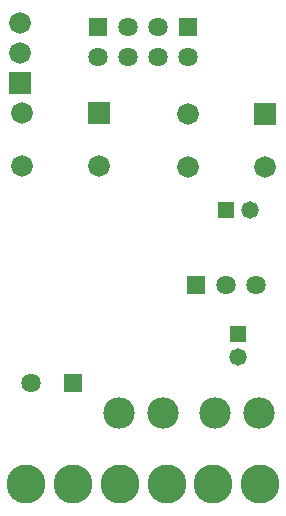
<source format=gbs>
G04 DipTrace 2.4.0.2*
%INESPixelStick.GBS*%
%MOIN*%
%ADD52C,0.072*%
%ADD54R,0.072X0.072*%
%ADD56C,0.13*%
%ADD58C,0.105*%
%ADD62C,0.0582*%
%ADD64R,0.0582X0.0582*%
%ADD66C,0.0641*%
%ADD68R,0.0641X0.0641*%
%FSLAX44Y44*%
G04*
G70*
G90*
G75*
G01*
%LNBotMask*%
%LPD*%
D68*
X6315Y10562D3*
D66*
X4937D3*
D64*
X11831Y12206D3*
D62*
Y11418D3*
D64*
X11437Y16312D3*
D62*
X12224D3*
D58*
X9312Y9562D3*
X11072D3*
X7872D3*
X12512D3*
D68*
X10437Y13812D3*
D66*
X11437D3*
X12437D3*
X7161Y21437D3*
D68*
Y22437D3*
D66*
X8161Y21437D3*
Y22437D3*
X9161Y21437D3*
Y22437D3*
X10161Y21437D3*
D68*
Y22437D3*
D56*
X12562Y7187D3*
X11003D3*
X9444D3*
X7885D3*
X6326D3*
X4767D3*
D54*
X4562Y20562D3*
D52*
Y21562D3*
Y22562D3*
D54*
X12727Y19543D3*
D52*
Y17772D3*
X10168D3*
Y19543D3*
D54*
X7187Y19562D3*
D52*
Y17790D3*
X4628D3*
Y19562D3*
M02*

</source>
